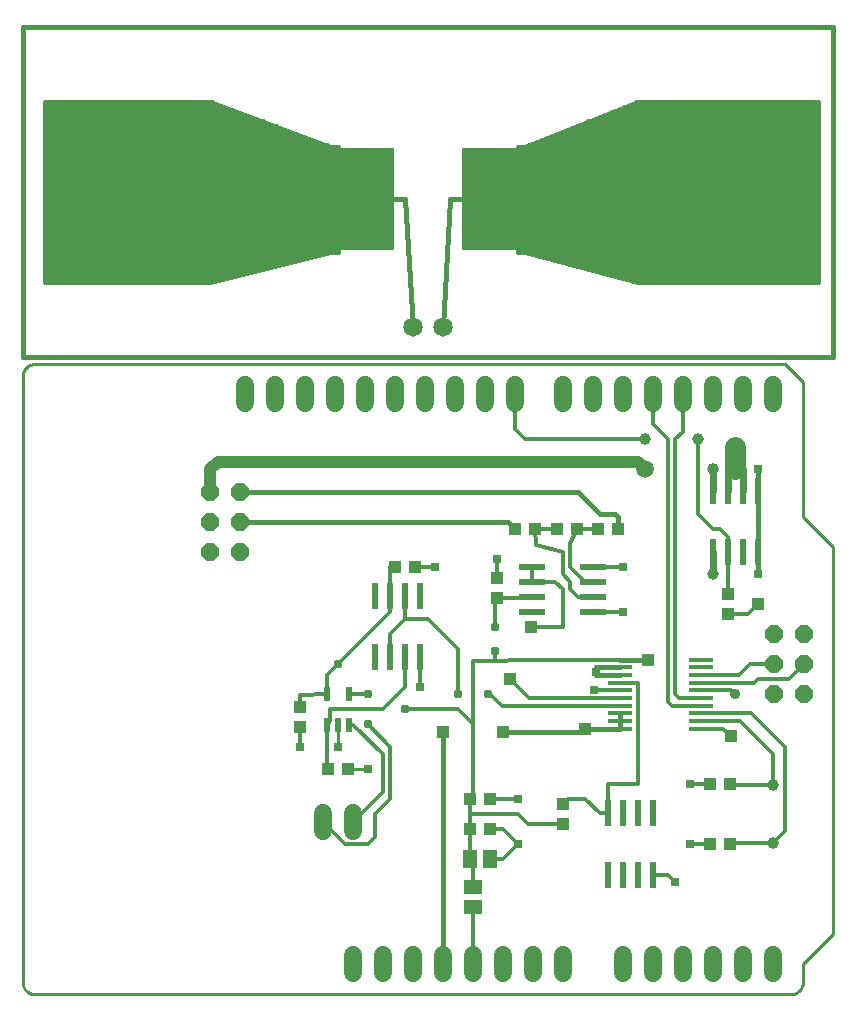
<source format=gtl>
G75*
%MOIN*%
%OFA0B0*%
%FSLAX25Y25*%
%IPPOS*%
%LPD*%
%AMOC8*
5,1,8,0,0,1.08239X$1,22.5*
%
%ADD10C,0.01000*%
%ADD11C,0.01600*%
%ADD12R,0.02165X0.04724*%
%ADD13R,0.08661X0.02362*%
%ADD14R,0.02362X0.08661*%
%ADD15C,0.06000*%
%ADD16R,0.03937X0.04331*%
%ADD17OC8,0.06000*%
%ADD18R,0.05906X0.05118*%
%ADD19R,0.05118X0.05906*%
%ADD20R,0.04331X0.03937*%
%ADD21R,0.08100X0.01700*%
%ADD22C,0.03962*%
%ADD23R,0.20500X0.34400*%
%ADD24R,0.03100X0.03100*%
%ADD25C,0.01200*%
%ADD26R,0.03962X0.03962*%
%ADD27C,0.03569*%
%ADD28C,0.03100*%
%ADD29C,0.02400*%
%ADD30C,0.07000*%
%ADD31C,0.05906*%
%ADD32C,0.04000*%
%ADD33C,0.16535*%
%ADD34C,0.06496*%
D10*
X0001800Y0005437D02*
X0001800Y0207563D01*
X0001802Y0207687D01*
X0001808Y0207810D01*
X0001817Y0207934D01*
X0001831Y0208056D01*
X0001848Y0208179D01*
X0001870Y0208301D01*
X0001895Y0208422D01*
X0001924Y0208542D01*
X0001956Y0208661D01*
X0001993Y0208780D01*
X0002033Y0208897D01*
X0002076Y0209012D01*
X0002124Y0209127D01*
X0002175Y0209239D01*
X0002229Y0209350D01*
X0002287Y0209460D01*
X0002348Y0209567D01*
X0002413Y0209673D01*
X0002481Y0209776D01*
X0002552Y0209877D01*
X0002626Y0209976D01*
X0002703Y0210073D01*
X0002784Y0210167D01*
X0002867Y0210258D01*
X0002953Y0210347D01*
X0003042Y0210433D01*
X0003133Y0210516D01*
X0003227Y0210597D01*
X0003324Y0210674D01*
X0003423Y0210748D01*
X0003524Y0210819D01*
X0003627Y0210887D01*
X0003733Y0210952D01*
X0003840Y0211013D01*
X0003950Y0211071D01*
X0004061Y0211125D01*
X0004173Y0211176D01*
X0004288Y0211224D01*
X0004403Y0211267D01*
X0004520Y0211307D01*
X0004639Y0211344D01*
X0004758Y0211376D01*
X0004878Y0211405D01*
X0004999Y0211430D01*
X0005121Y0211452D01*
X0005244Y0211469D01*
X0005366Y0211483D01*
X0005490Y0211492D01*
X0005613Y0211498D01*
X0005737Y0211500D01*
X0255800Y0211500D01*
X0261800Y0205500D01*
X0261800Y0160500D01*
X0271800Y0150500D01*
X0271800Y0021500D01*
X0261800Y0011500D01*
X0261800Y0005437D01*
X0261798Y0005313D01*
X0261792Y0005190D01*
X0261783Y0005066D01*
X0261769Y0004944D01*
X0261752Y0004821D01*
X0261730Y0004699D01*
X0261705Y0004578D01*
X0261676Y0004458D01*
X0261644Y0004339D01*
X0261607Y0004220D01*
X0261567Y0004103D01*
X0261524Y0003988D01*
X0261476Y0003873D01*
X0261425Y0003761D01*
X0261371Y0003650D01*
X0261313Y0003540D01*
X0261252Y0003433D01*
X0261187Y0003327D01*
X0261119Y0003224D01*
X0261048Y0003123D01*
X0260974Y0003024D01*
X0260897Y0002927D01*
X0260816Y0002833D01*
X0260733Y0002742D01*
X0260647Y0002653D01*
X0260558Y0002567D01*
X0260467Y0002484D01*
X0260373Y0002403D01*
X0260276Y0002326D01*
X0260177Y0002252D01*
X0260076Y0002181D01*
X0259973Y0002113D01*
X0259867Y0002048D01*
X0259760Y0001987D01*
X0259650Y0001929D01*
X0259539Y0001875D01*
X0259427Y0001824D01*
X0259312Y0001776D01*
X0259197Y0001733D01*
X0259080Y0001693D01*
X0258961Y0001656D01*
X0258842Y0001624D01*
X0258722Y0001595D01*
X0258601Y0001570D01*
X0258479Y0001548D01*
X0258356Y0001531D01*
X0258234Y0001517D01*
X0258110Y0001508D01*
X0257987Y0001502D01*
X0257863Y0001500D01*
X0005737Y0001500D01*
X0005613Y0001502D01*
X0005490Y0001508D01*
X0005366Y0001517D01*
X0005244Y0001531D01*
X0005121Y0001548D01*
X0004999Y0001570D01*
X0004878Y0001595D01*
X0004758Y0001624D01*
X0004639Y0001656D01*
X0004520Y0001693D01*
X0004403Y0001733D01*
X0004288Y0001776D01*
X0004173Y0001824D01*
X0004061Y0001875D01*
X0003950Y0001929D01*
X0003840Y0001987D01*
X0003733Y0002048D01*
X0003627Y0002113D01*
X0003524Y0002181D01*
X0003423Y0002252D01*
X0003324Y0002326D01*
X0003227Y0002403D01*
X0003133Y0002484D01*
X0003042Y0002567D01*
X0002953Y0002653D01*
X0002867Y0002742D01*
X0002784Y0002833D01*
X0002703Y0002927D01*
X0002626Y0003024D01*
X0002552Y0003123D01*
X0002481Y0003224D01*
X0002413Y0003327D01*
X0002348Y0003433D01*
X0002287Y0003540D01*
X0002229Y0003650D01*
X0002175Y0003761D01*
X0002124Y0003873D01*
X0002076Y0003988D01*
X0002033Y0004103D01*
X0001993Y0004220D01*
X0001956Y0004339D01*
X0001924Y0004458D01*
X0001895Y0004578D01*
X0001870Y0004699D01*
X0001848Y0004821D01*
X0001831Y0004944D01*
X0001817Y0005066D01*
X0001808Y0005190D01*
X0001802Y0005313D01*
X0001800Y0005437D01*
X0106800Y0084000D02*
X0106800Y0091382D01*
X0110146Y0076500D02*
X0116800Y0076500D01*
D11*
X0141800Y0089000D02*
X0141800Y0011500D01*
X0161800Y0089000D02*
X0188300Y0089000D01*
X0189300Y0090000D01*
X0200800Y0090000D01*
X0200800Y0092500D01*
X0200800Y0095100D01*
X0200800Y0107900D02*
X0192800Y0107900D01*
X0192800Y0109000D01*
X0192800Y0110500D01*
X0200800Y0110500D01*
X0200800Y0113000D02*
X0210300Y0113000D01*
X0200146Y0156500D02*
X0200146Y0160654D01*
X0199300Y0161500D01*
X0194300Y0161500D01*
X0186800Y0169000D01*
X0074300Y0169000D01*
X0074300Y0159000D02*
X0163454Y0159000D01*
X0165954Y0156500D01*
X0141800Y0224000D02*
X0144300Y0266500D01*
X0158050Y0266500D01*
X0166800Y0266853D02*
X0266800Y0266853D01*
X0266800Y0268451D02*
X0166800Y0268451D01*
X0166800Y0270050D02*
X0266800Y0270050D01*
X0266800Y0271648D02*
X0166800Y0271648D01*
X0166800Y0273247D02*
X0266800Y0273247D01*
X0266800Y0274845D02*
X0166800Y0274845D01*
X0166800Y0276444D02*
X0266800Y0276444D01*
X0266800Y0278042D02*
X0166800Y0278042D01*
X0166800Y0279641D02*
X0266800Y0279641D01*
X0266800Y0281239D02*
X0166800Y0281239D01*
X0166800Y0282838D02*
X0266800Y0282838D01*
X0266800Y0284437D02*
X0170391Y0284437D01*
X0169300Y0284000D02*
X0166800Y0284000D01*
X0166800Y0249000D01*
X0169300Y0249000D01*
X0206800Y0239000D01*
X0266800Y0239000D01*
X0266800Y0299000D01*
X0206800Y0299000D01*
X0169300Y0284000D01*
X0174388Y0286035D02*
X0266800Y0286035D01*
X0266800Y0287634D02*
X0178384Y0287634D01*
X0182380Y0289232D02*
X0266800Y0289232D01*
X0266800Y0290831D02*
X0186376Y0290831D01*
X0190373Y0292429D02*
X0266800Y0292429D01*
X0266800Y0294028D02*
X0194369Y0294028D01*
X0198365Y0295626D02*
X0266800Y0295626D01*
X0266800Y0297225D02*
X0202361Y0297225D01*
X0206358Y0298823D02*
X0266800Y0298823D01*
X0271800Y0324000D02*
X0271800Y0214000D01*
X0001800Y0214000D01*
X0001800Y0324000D01*
X0271800Y0324000D01*
X0266800Y0265254D02*
X0166800Y0265254D01*
X0166800Y0263656D02*
X0266800Y0263656D01*
X0266800Y0262057D02*
X0166800Y0262057D01*
X0166800Y0260459D02*
X0266800Y0260459D01*
X0266800Y0258860D02*
X0166800Y0258860D01*
X0166800Y0257262D02*
X0266800Y0257262D01*
X0266800Y0255663D02*
X0166800Y0255663D01*
X0166800Y0254065D02*
X0266800Y0254065D01*
X0266800Y0252466D02*
X0166800Y0252466D01*
X0166800Y0250868D02*
X0266800Y0250868D01*
X0266800Y0249269D02*
X0166800Y0249269D01*
X0174285Y0247671D02*
X0266800Y0247671D01*
X0266800Y0246072D02*
X0180279Y0246072D01*
X0186274Y0244474D02*
X0266800Y0244474D01*
X0266800Y0242875D02*
X0192268Y0242875D01*
X0198262Y0241277D02*
X0266800Y0241277D01*
X0266800Y0239678D02*
X0204257Y0239678D01*
X0236800Y0176500D02*
X0239300Y0176500D01*
X0241800Y0176500D01*
X0246800Y0176500D02*
X0246800Y0169236D01*
X0246800Y0148764D01*
X0246800Y0141500D01*
X0131800Y0224000D02*
X0129300Y0266500D01*
X0115550Y0266500D01*
X0106800Y0266853D02*
X0009300Y0266853D01*
X0009300Y0268451D02*
X0106800Y0268451D01*
X0106800Y0270050D02*
X0009300Y0270050D01*
X0009300Y0271648D02*
X0106800Y0271648D01*
X0106800Y0273247D02*
X0009300Y0273247D01*
X0009300Y0274845D02*
X0106800Y0274845D01*
X0106800Y0276444D02*
X0009300Y0276444D01*
X0009300Y0278042D02*
X0106800Y0278042D01*
X0106800Y0279641D02*
X0009300Y0279641D01*
X0009300Y0281239D02*
X0106800Y0281239D01*
X0106800Y0282838D02*
X0009300Y0282838D01*
X0009300Y0284437D02*
X0103136Y0284437D01*
X0104300Y0284000D02*
X0106800Y0284000D01*
X0106800Y0249000D01*
X0104300Y0249000D01*
X0064300Y0239000D01*
X0009300Y0239000D01*
X0009300Y0299000D01*
X0064300Y0299000D01*
X0104300Y0284000D01*
X0098873Y0286035D02*
X0009300Y0286035D01*
X0009300Y0287634D02*
X0094611Y0287634D01*
X0090348Y0289232D02*
X0009300Y0289232D01*
X0009300Y0290831D02*
X0086085Y0290831D01*
X0081823Y0292429D02*
X0009300Y0292429D01*
X0009300Y0294028D02*
X0077560Y0294028D01*
X0073297Y0295626D02*
X0009300Y0295626D01*
X0009300Y0297225D02*
X0069034Y0297225D01*
X0064772Y0298823D02*
X0009300Y0298823D01*
X0009300Y0265254D02*
X0106800Y0265254D01*
X0106800Y0263656D02*
X0009300Y0263656D01*
X0009300Y0262057D02*
X0106800Y0262057D01*
X0106800Y0260459D02*
X0009300Y0260459D01*
X0009300Y0258860D02*
X0106800Y0258860D01*
X0106800Y0257262D02*
X0009300Y0257262D01*
X0009300Y0255663D02*
X0106800Y0255663D01*
X0106800Y0254065D02*
X0009300Y0254065D01*
X0009300Y0252466D02*
X0106800Y0252466D01*
X0106800Y0250868D02*
X0009300Y0250868D01*
X0009300Y0249269D02*
X0106800Y0249269D01*
X0098983Y0247671D02*
X0009300Y0247671D01*
X0009300Y0246072D02*
X0092589Y0246072D01*
X0086195Y0244474D02*
X0009300Y0244474D01*
X0009300Y0242875D02*
X0079801Y0242875D01*
X0073407Y0241277D02*
X0009300Y0241277D01*
X0009300Y0239678D02*
X0067013Y0239678D01*
D12*
X0103060Y0101618D03*
X0110540Y0101618D03*
X0110540Y0091382D03*
X0106800Y0091382D03*
X0103060Y0091382D03*
D13*
X0171564Y0129000D03*
X0171564Y0134000D03*
X0171564Y0139000D03*
X0171564Y0144000D03*
X0192036Y0144000D03*
X0192036Y0139000D03*
X0192036Y0134000D03*
X0192036Y0129000D03*
D14*
X0231800Y0148764D03*
X0236800Y0148764D03*
X0241800Y0148764D03*
X0246800Y0148764D03*
X0246800Y0169236D03*
X0241800Y0169236D03*
X0236800Y0169236D03*
X0231800Y0169236D03*
X0211800Y0061736D03*
X0206800Y0061736D03*
X0201800Y0061736D03*
X0196800Y0061736D03*
X0196800Y0041264D03*
X0201800Y0041264D03*
X0206800Y0041264D03*
X0211800Y0041264D03*
X0134300Y0113764D03*
X0129300Y0113764D03*
X0124300Y0113764D03*
X0119300Y0113764D03*
X0119300Y0134236D03*
X0124300Y0134236D03*
X0129300Y0134236D03*
X0134300Y0134236D03*
D15*
X0135800Y0198500D02*
X0135800Y0204500D01*
X0125800Y0204500D02*
X0125800Y0198500D01*
X0115800Y0198500D02*
X0115800Y0204500D01*
X0105800Y0204500D02*
X0105800Y0198500D01*
X0095800Y0198500D02*
X0095800Y0204500D01*
X0085800Y0204500D02*
X0085800Y0198500D01*
X0075800Y0198500D02*
X0075800Y0204500D01*
X0145800Y0204500D02*
X0145800Y0198500D01*
X0155800Y0198500D02*
X0155800Y0204500D01*
X0165800Y0204500D02*
X0165800Y0198500D01*
X0181800Y0198500D02*
X0181800Y0204500D01*
X0191800Y0204500D02*
X0191800Y0198500D01*
X0201800Y0198500D02*
X0201800Y0204500D01*
X0211800Y0204500D02*
X0211800Y0198500D01*
X0221800Y0198500D02*
X0221800Y0204500D01*
X0231800Y0204500D02*
X0231800Y0198500D01*
X0241800Y0198500D02*
X0241800Y0204500D01*
X0251800Y0204500D02*
X0251800Y0198500D01*
X0111800Y0062000D02*
X0111800Y0056000D01*
X0101800Y0056000D02*
X0101800Y0062000D01*
X0111800Y0014500D02*
X0111800Y0008500D01*
X0121800Y0008500D02*
X0121800Y0014500D01*
X0131800Y0014500D02*
X0131800Y0008500D01*
X0141800Y0008500D02*
X0141800Y0014500D01*
X0151800Y0014500D02*
X0151800Y0008500D01*
X0161800Y0008500D02*
X0161800Y0014500D01*
X0171800Y0014500D02*
X0171800Y0008500D01*
X0181800Y0008500D02*
X0181800Y0014500D01*
X0201800Y0014500D02*
X0201800Y0008500D01*
X0211800Y0008500D02*
X0211800Y0014500D01*
X0221800Y0014500D02*
X0221800Y0008500D01*
X0231800Y0008500D02*
X0231800Y0014500D01*
X0241800Y0014500D02*
X0241800Y0008500D01*
X0251800Y0008500D02*
X0251800Y0014500D01*
D16*
X0159800Y0133654D03*
X0159800Y0140346D03*
X0165954Y0156500D03*
X0172646Y0156500D03*
X0179954Y0156500D03*
X0186646Y0156500D03*
X0193454Y0156500D03*
X0200146Y0156500D03*
X0110146Y0076500D03*
X0103454Y0076500D03*
X0094300Y0090654D03*
X0094300Y0097346D03*
D17*
X0074300Y0149000D03*
X0074300Y0159000D03*
X0074300Y0169000D03*
X0064300Y0169000D03*
X0064300Y0159000D03*
X0064300Y0149000D03*
X0239300Y0184000D03*
X0252300Y0121500D03*
X0252300Y0111500D03*
X0252300Y0101500D03*
X0262300Y0101500D03*
X0262300Y0111500D03*
X0262300Y0121500D03*
D18*
X0151800Y0037346D03*
X0151800Y0030654D03*
D19*
X0150954Y0046500D03*
X0157646Y0046500D03*
D20*
X0157646Y0056500D03*
X0150954Y0056500D03*
X0150954Y0066500D03*
X0157646Y0066500D03*
X0181800Y0064846D03*
X0181800Y0058154D03*
X0230954Y0051500D03*
X0237646Y0051500D03*
X0237646Y0071500D03*
X0230954Y0071500D03*
X0236800Y0128154D03*
X0236800Y0134846D03*
X0132646Y0144000D03*
X0125954Y0144000D03*
D21*
X0200800Y0113000D03*
X0200800Y0110500D03*
X0200800Y0107900D03*
X0200800Y0105300D03*
X0200800Y0102800D03*
X0200800Y0100200D03*
X0200800Y0097700D03*
X0200800Y0095100D03*
X0200800Y0092500D03*
X0200800Y0090000D03*
X0227800Y0090000D03*
X0227800Y0092500D03*
X0227800Y0095100D03*
X0227800Y0097700D03*
X0227800Y0100200D03*
X0227800Y0102800D03*
X0227800Y0105300D03*
X0227800Y0107900D03*
X0227800Y0110500D03*
X0227800Y0113000D03*
D22*
X0231800Y0141500D03*
X0231800Y0176500D03*
X0226800Y0186500D03*
X0209300Y0186500D03*
X0251800Y0071100D03*
X0251800Y0051900D03*
D23*
X0158050Y0266500D03*
X0115550Y0266500D03*
D24*
X0139300Y0144000D03*
X0159800Y0146500D03*
X0192800Y0109000D03*
X0192100Y0102800D03*
X0201800Y0129000D03*
X0201800Y0144000D03*
X0246800Y0141500D03*
X0246800Y0176500D03*
X0224300Y0071500D03*
X0224300Y0051500D03*
X0219300Y0039000D03*
X0166800Y0051500D03*
X0166800Y0066500D03*
X0134300Y0104000D03*
X0116800Y0076500D03*
X0106800Y0084000D03*
X0094300Y0084000D03*
D25*
X0094300Y0090654D01*
X0094300Y0097346D02*
X0094288Y0101346D01*
X0103060Y0101618D01*
X0103060Y0107760D01*
X0106800Y0111500D01*
X0124300Y0129000D01*
X0124300Y0134236D01*
X0124300Y0144000D01*
X0125954Y0144000D01*
X0132646Y0144000D02*
X0139300Y0144000D01*
X0129300Y0134236D02*
X0129300Y0126500D01*
X0136800Y0126500D01*
X0146800Y0116500D01*
X0146800Y0101500D01*
X0146800Y0096500D02*
X0129300Y0096500D01*
X0129300Y0104000D02*
X0129300Y0113764D01*
X0124300Y0113764D02*
X0124300Y0121500D01*
X0129300Y0126500D01*
X0134300Y0113764D02*
X0134300Y0104000D01*
X0129300Y0104000D02*
X0121800Y0096500D01*
X0104300Y0096500D01*
X0104300Y0092622D01*
X0103060Y0091382D01*
X0103060Y0076500D01*
X0103454Y0076500D01*
X0110540Y0091382D02*
X0111918Y0091382D01*
X0121800Y0081500D01*
X0121800Y0069000D01*
X0111800Y0059000D01*
X0109300Y0051500D02*
X0116800Y0051500D01*
X0119300Y0054000D01*
X0119300Y0061500D01*
X0124300Y0066500D01*
X0124300Y0084000D01*
X0116800Y0091500D01*
X0116800Y0101500D02*
X0116682Y0101618D01*
X0110540Y0101618D01*
X0146800Y0096500D02*
X0151800Y0091500D01*
X0151800Y0112500D01*
X0159300Y0112500D01*
X0163300Y0112500D01*
X0163800Y0113000D01*
X0200800Y0113000D01*
X0200800Y0105300D02*
X0206800Y0105300D01*
X0206800Y0071500D01*
X0196800Y0071500D01*
X0196800Y0061736D01*
X0194064Y0061736D01*
X0189300Y0066500D01*
X0183454Y0066500D01*
X0181800Y0064846D01*
X0181800Y0058154D02*
X0170146Y0058154D01*
X0166800Y0061500D01*
X0150954Y0061500D01*
X0150954Y0066500D01*
X0151800Y0067346D01*
X0151800Y0091500D01*
X0156800Y0101500D02*
X0157600Y0101500D01*
X0161400Y0097700D01*
X0200800Y0097700D01*
X0200800Y0100200D02*
X0170600Y0100200D01*
X0164300Y0106500D01*
X0159300Y0112500D02*
X0159300Y0116000D01*
X0159300Y0124000D02*
X0159300Y0133654D01*
X0159800Y0133654D01*
X0171564Y0133654D01*
X0171564Y0134000D01*
X0171564Y0139000D02*
X0171564Y0144000D01*
X0171564Y0139000D02*
X0179300Y0139000D01*
X0181800Y0136500D01*
X0181800Y0124000D01*
X0171300Y0124000D01*
X0184300Y0136500D02*
X0186800Y0134000D01*
X0192036Y0134000D01*
X0192036Y0139000D02*
X0189300Y0139000D01*
X0184300Y0144000D01*
X0184300Y0151500D01*
X0186646Y0156500D01*
X0193454Y0156500D01*
X0192036Y0144000D02*
X0201800Y0144000D01*
X0201800Y0129000D02*
X0192036Y0129000D01*
X0184300Y0136500D02*
X0184300Y0139000D01*
X0181800Y0141500D01*
X0181800Y0149000D01*
X0172800Y0151154D01*
X0172646Y0156500D01*
X0179954Y0156500D01*
X0159800Y0146500D02*
X0159800Y0140346D01*
X0192100Y0102800D02*
X0200800Y0102800D01*
X0216800Y0099000D02*
X0218100Y0097700D01*
X0227800Y0097700D01*
X0227800Y0100200D02*
X0220600Y0100200D01*
X0219300Y0101500D01*
X0219300Y0186500D01*
X0221800Y0189000D01*
X0221800Y0201500D01*
X0211800Y0201500D02*
X0211800Y0191500D01*
X0216800Y0186500D01*
X0216800Y0099000D01*
X0227800Y0102800D02*
X0238000Y0102800D01*
X0239300Y0101500D01*
X0240700Y0107900D02*
X0244300Y0111500D01*
X0252300Y0111500D01*
X0257300Y0106500D02*
X0246800Y0106500D01*
X0245600Y0105300D01*
X0227800Y0105300D01*
X0227800Y0107900D02*
X0240700Y0107900D01*
X0244700Y0095100D02*
X0227800Y0095100D01*
X0227800Y0092500D02*
X0240800Y0092500D01*
X0251800Y0081500D01*
X0251800Y0071100D01*
X0238046Y0071100D01*
X0237646Y0071500D01*
X0230954Y0071500D02*
X0224300Y0071500D01*
X0237800Y0087500D02*
X0235300Y0090000D01*
X0227800Y0090000D01*
X0244700Y0095100D02*
X0255800Y0084000D01*
X0255800Y0055900D01*
X0251800Y0051900D01*
X0238046Y0051900D01*
X0237646Y0051500D01*
X0230954Y0051500D02*
X0224300Y0051500D01*
X0217036Y0041264D02*
X0219300Y0039000D01*
X0217036Y0041264D02*
X0211800Y0041264D01*
X0166800Y0051500D02*
X0161800Y0046500D01*
X0157646Y0046500D01*
X0151800Y0045654D02*
X0150954Y0046500D01*
X0150954Y0056500D01*
X0150954Y0061500D01*
X0157646Y0066500D02*
X0166800Y0066500D01*
X0161800Y0056500D02*
X0157646Y0056500D01*
X0161800Y0056500D02*
X0166800Y0051500D01*
X0151800Y0045654D02*
X0151800Y0037346D01*
X0151800Y0030654D02*
X0151800Y0011500D01*
X0109300Y0051500D02*
X0101800Y0059000D01*
X0169300Y0186500D02*
X0209300Y0186500D01*
X0226800Y0186500D02*
X0226800Y0161500D01*
X0231800Y0156500D01*
X0234300Y0156500D01*
X0236800Y0154000D01*
X0236800Y0148764D01*
X0236800Y0134846D01*
X0236800Y0128154D02*
X0243454Y0128154D01*
X0246800Y0131500D01*
X0262300Y0111500D02*
X0257300Y0106500D01*
X0169300Y0186500D02*
X0165800Y0190000D01*
X0165800Y0201500D01*
D26*
X0171300Y0124000D03*
X0164300Y0106500D03*
X0161800Y0089000D03*
X0141800Y0089000D03*
X0189300Y0090000D03*
X0210300Y0113000D03*
X0237800Y0087500D03*
X0246800Y0131500D03*
D27*
X0239300Y0101500D03*
D28*
X0159300Y0116000D03*
X0159300Y0124000D03*
X0156800Y0101500D03*
X0146800Y0101500D03*
X0129300Y0096500D03*
X0116800Y0091500D03*
X0116800Y0101500D03*
X0106800Y0111500D03*
D29*
X0231800Y0141500D02*
X0231800Y0148764D01*
X0231800Y0169236D02*
X0231800Y0176500D01*
X0236800Y0176500D02*
X0236800Y0169236D01*
X0241800Y0169236D02*
X0241800Y0176500D01*
D30*
X0239300Y0176500D02*
X0239300Y0184000D01*
D31*
X0209300Y0176500D03*
D32*
X0206800Y0179000D01*
X0066800Y0179000D01*
X0064300Y0176500D01*
X0064300Y0169000D01*
D33*
X0036800Y0269000D03*
X0236800Y0269000D03*
D34*
X0141800Y0224000D03*
X0131800Y0224000D03*
M02*

</source>
